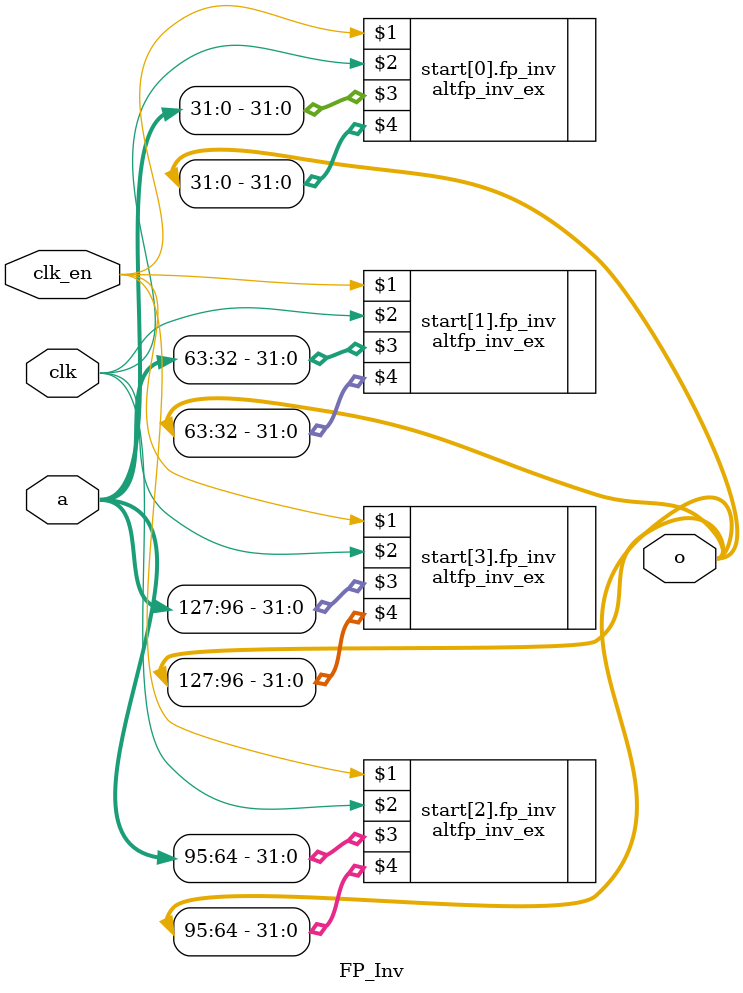
<source format=v>
module FP_Inv(
	clk_en,
	clk,
	a,
	o);

	parameter N = 32;
	parameter L = 4;

	input clk_en;
	input clk;

	input [N*L-1:0] a;

	output [N*L-1:0] o;
	
	genvar i;
	generate 
		for(i = 0; i < L; i = i + 1) begin : start
			altfp_inv_ex fp_inv(clk_en, clk, a[(i+1)*N-1: i*N], o[(i+1)*N-1: i*N]);
		end
	endgenerate

endmodule
</source>
